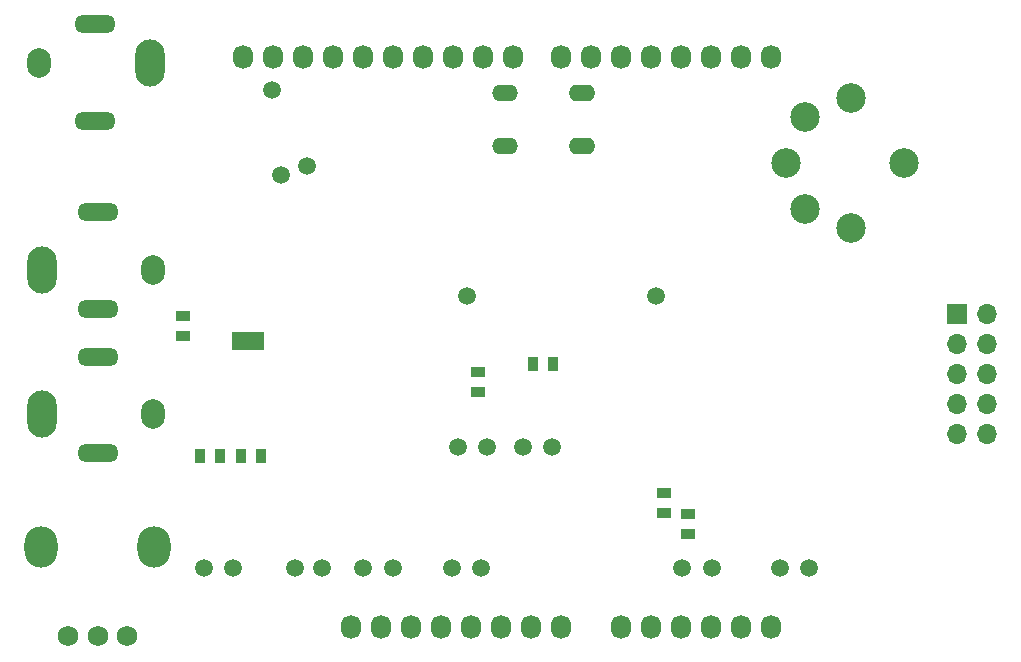
<source format=gbs>
G04 #@! TF.FileFunction,Soldermask,Bot*
%FSLAX46Y46*%
G04 Gerber Fmt 4.6, Leading zero omitted, Abs format (unit mm)*
G04 Created by KiCad (PCBNEW 4.0.2-stable) date 2017-02-07 10:52:45 AM*
%MOMM*%
G01*
G04 APERTURE LIST*
%ADD10C,0.100000*%
%ADD11O,1.727200X2.032000*%
%ADD12R,1.143000X0.812800*%
%ADD13R,0.812800X1.143000*%
%ADD14O,2.500000X4.000000*%
%ADD15O,2.000000X2.500000*%
%ADD16O,3.500000X1.500000*%
%ADD17O,2.200000X1.400000*%
%ADD18O,2.250000X1.400000*%
%ADD19O,2.800000X3.500000*%
%ADD20C,1.750000*%
%ADD21C,2.500000*%
%ADD22C,1.500000*%
%ADD23R,1.700000X1.700000*%
%ADD24O,1.700000X1.700000*%
%ADD25R,2.800000X1.600000*%
G04 APERTURE END LIST*
D10*
D11*
X138938000Y-123825000D03*
X141478000Y-123825000D03*
X144018000Y-123825000D03*
X146558000Y-123825000D03*
X149098000Y-123825000D03*
X151638000Y-123825000D03*
X154178000Y-123825000D03*
X156718000Y-123825000D03*
X161798000Y-123825000D03*
X164338000Y-123825000D03*
X166878000Y-123825000D03*
X169418000Y-123825000D03*
X171958000Y-123825000D03*
X174498000Y-123825000D03*
X152654000Y-75565000D03*
X150114000Y-75565000D03*
X147574000Y-75565000D03*
X145034000Y-75565000D03*
X142494000Y-75565000D03*
X139954000Y-75565000D03*
X137414000Y-75565000D03*
X134874000Y-75565000D03*
X132334000Y-75565000D03*
X129794000Y-75565000D03*
X174498000Y-75565000D03*
X171958000Y-75565000D03*
X169418000Y-75565000D03*
X166878000Y-75565000D03*
X164338000Y-75565000D03*
X161798000Y-75565000D03*
X159258000Y-75565000D03*
X156718000Y-75565000D03*
D12*
X165498000Y-112514100D03*
X165498000Y-114215900D03*
X167498000Y-114264100D03*
X167498000Y-115965900D03*
X149748000Y-103965900D03*
X149748000Y-102264100D03*
D13*
X154397100Y-101615000D03*
X156098900Y-101615000D03*
X129647100Y-109365000D03*
X131348900Y-109365000D03*
X126147100Y-109365000D03*
X127848900Y-109365000D03*
D14*
X112798000Y-105865000D03*
D15*
X122198000Y-105865000D03*
D16*
X117498000Y-100965000D03*
X117498000Y-109165000D03*
D14*
X112798000Y-93615000D03*
D15*
X122198000Y-93615000D03*
D16*
X117498000Y-88715000D03*
X117498000Y-96915000D03*
D14*
X121948000Y-76115000D03*
D15*
X112548000Y-76115000D03*
D16*
X117248000Y-81015000D03*
X117248000Y-72815000D03*
D12*
X124748000Y-97514100D03*
X124748000Y-99215900D03*
D17*
X151998000Y-78615000D03*
X151998000Y-83115000D03*
D18*
X158498000Y-78615000D03*
X158498000Y-83115000D03*
D19*
X122298000Y-117115000D03*
X112698000Y-117115000D03*
D20*
X119998000Y-124615000D03*
X117498000Y-124615000D03*
X114998000Y-124615000D03*
D21*
X181248000Y-79115000D03*
X181248000Y-90115000D03*
X175748000Y-84615000D03*
X185748000Y-84615000D03*
X177358000Y-80725000D03*
X177358000Y-88505000D03*
D22*
X135248000Y-84865000D03*
X132998000Y-85615000D03*
X148748000Y-95865000D03*
X164748000Y-95865000D03*
X139998000Y-118865000D03*
X142498000Y-118865000D03*
X147498000Y-118865000D03*
X149998000Y-118865000D03*
X126498000Y-118865000D03*
X128998000Y-118865000D03*
X134248000Y-118865000D03*
X136498000Y-118865000D03*
X166998000Y-118865000D03*
X169498000Y-118865000D03*
X175248000Y-118865000D03*
X177748000Y-118865000D03*
X147998000Y-108615000D03*
X150498000Y-108615000D03*
X155998000Y-108615000D03*
X153498000Y-108615000D03*
D23*
X190248000Y-97365000D03*
D24*
X192788000Y-97365000D03*
X190248000Y-99905000D03*
X192788000Y-99905000D03*
X190248000Y-102445000D03*
X192788000Y-102445000D03*
X190248000Y-104985000D03*
X192788000Y-104985000D03*
X190248000Y-107525000D03*
X192788000Y-107525000D03*
D22*
X132248000Y-78365000D03*
D25*
X130248000Y-99615000D03*
M02*

</source>
